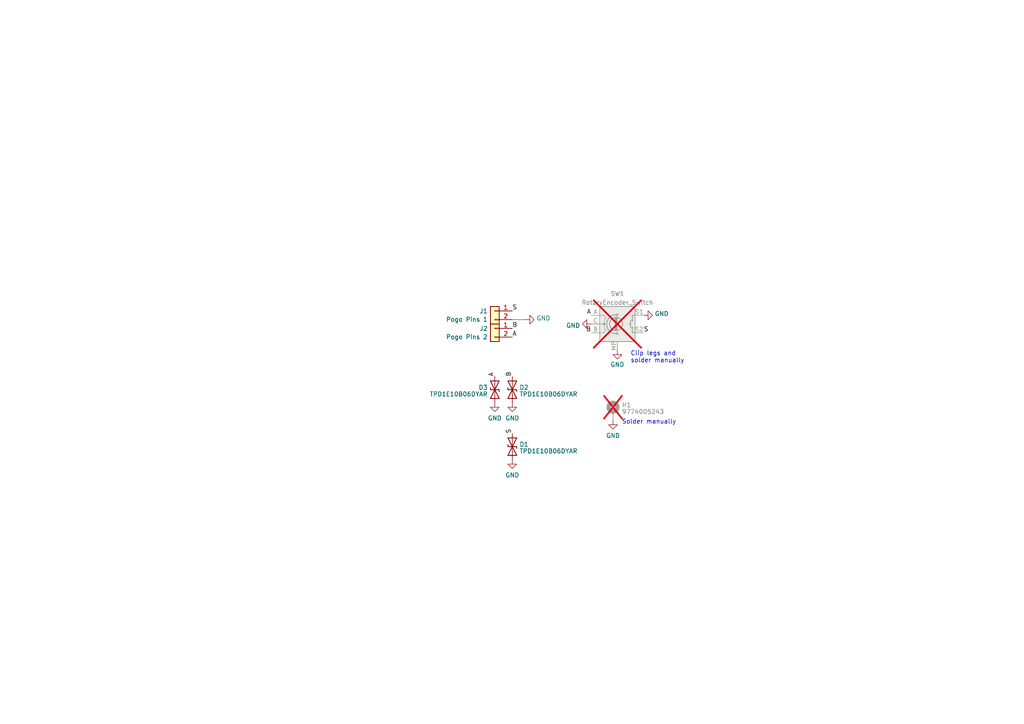
<source format=kicad_sch>
(kicad_sch (version 20231120) (generator "eeschema") (generator_version "8.0")
  (paper "A4")
  (title_block (title "Encoder Module") (date "2024-10-06"))
  (lib_symbols
    (symbol "Connector_Generic:Conn_01x02" (pin_names (offset 1.016) hide)
      (property "Reference" "J" (at 0 2.54 0))
      (property "Value" "Conn_01x02" (at 0 -5.08 0))
      (symbol "Conn_01x02_1_1"
        (rectangle (start -1.27 -2.413) (end 0 -2.667) (stroke (width 0.1524)))
        (rectangle (start -1.27 0.127) (end 0 -0.127) (stroke (width 0.1524)))
        (rectangle (start -1.27 1.27) (end 1.27 -3.81) (stroke (width 0.254)) (fill (type background)))
        (pin passive line (at -5.08 0 0) (length 3.81) (name "Pin_1") (number "1"))
        (pin passive line (at -5.08 -2.54 0) (length 3.81) (name "Pin_2") (number "2"))
      )
    )
    (symbol "Device:D_TVS" (pin_numbers hide) (pin_names (offset 1.016) hide)
      (property "Reference" "D" (at 0 2.54 0))
      (property "Value" "D_TVS" (at 0 -2.54 0))
      (symbol "D_TVS_0_1"
        (polyline (pts (xy 1.27 0) (xy -1.27 0)))
        (polyline (pts (xy 0.508 1.27) (xy 0 1.27) (xy 0 -1.27) (xy -0.508 -1.27)) (stroke (width 0.254)))
        (polyline (pts (xy -2.54 1.27) (xy -2.54 -1.27) (xy 2.54 1.27) (xy 2.54 -1.27) (xy -2.54 1.27)) (stroke (width 0.254)))
      )
      (symbol "D_TVS_1_1"
        (pin passive line (at -3.81 0 0) (length 2.54) (name "A1") (number "1"))
        (pin passive line (at 3.81 0 180) (length 2.54) (name "A2") (number "2"))
      )
    )
    (symbol "GND_1" (power) (pin_names (offset 0))
      (property "Value" "GND_1" (at 0 -3.81 0))
      (symbol "GND_1_0_1"
        (polyline (pts (xy 0 0) (xy 0 -1.27) (xy 1.27 -1.27) (xy 0 -2.54) (xy -1.27 -1.27) (xy 0 -1.27)))
      )
      (symbol "GND_1_1_1"
        (pin power_in line (at 0 0 270) (length 0) hide (name "GND") (number "1"))
      )
    )
    (symbol "GND_2" (power) (pin_names (offset 0))
      (property "Value" "GND_2" (at 0 -3.81 0))
      (symbol "GND_2_0_1"
        (polyline (pts (xy 0 0) (xy 0 -1.27) (xy 1.27 -1.27) (xy 0 -2.54) (xy -1.27 -1.27) (xy 0 -1.27)))
      )
      (symbol "GND_2_1_1"
        (pin power_in line (at 0 0 270) (length 0) hide (name "GND") (number "1"))
      )
    )
    (symbol "Mechanical:MountingHole_Pad" (pin_numbers hide) (pin_names (offset 1.016) hide)
      (property "Reference" "H" (at 0 6.35 0))
      (property "Value" "MountingHole_Pad" (at 0 4.445 0))
      (symbol "MountingHole_Pad_0_1"
        (circle (center 0 1.27) (radius 1.27) (stroke (width 1.27)))
      )
      (symbol "MountingHole_Pad_1_1"
        (pin input line (at 0 -2.54 90) (length 2.54) (name "1") (number "1"))
      )
    )
    (symbol "keyboard:RotaryEncoder_Switch_MountPoint" (pin_names (offset 0.254) hide)
      (property "Reference" "SW" (at 0 6.604 0))
      (property "Value" "RotaryEncoder_Switch_MountPoint" (at 0 -6.604 0))
      (symbol "RotaryEncoder_Switch_MountPoint_0_1"
        (rectangle (start -5.08 5.08) (end 5.08 -5.08) (stroke (width 0.254)) (fill (type background)))
        (circle (center -3.81 0) (radius 0.254) (fill (type outline)))
        (circle (center -0.381 0) (radius 1.905) (stroke (width 0.254)))
        (arc (start -0.381 2.667) (mid -3.0988 -0.0635) (end -0.381 -2.794) (stroke (width 0.254)))
        (polyline (pts (xy -0.635 -1.778) (xy -0.635 1.778)) (stroke (width 0.254)))
        (polyline (pts (xy -0.381 -1.778) (xy -0.381 1.778)) (stroke (width 0.254)))
        (polyline (pts (xy -0.127 1.778) (xy -0.127 -1.778)) (stroke (width 0.254)))
        (polyline (pts (xy 3.81 0) (xy 3.429 0)) (stroke (width 0.254)))
        (polyline (pts (xy 3.81 1.016) (xy 3.81 -1.016)) (stroke (width 0.254)))
        (polyline (pts (xy -5.08 -2.54) (xy -3.81 -2.54) (xy -3.81 -2.032)))
        (polyline (pts (xy -5.08 2.54) (xy -3.81 2.54) (xy -3.81 2.032)))
        (polyline (pts (xy 0.254 -3.048) (xy -0.508 -2.794) (xy 0.127 -2.413)) (stroke (width 0.254)))
        (polyline (pts (xy 0.254 2.921) (xy -0.508 2.667) (xy 0.127 2.286)) (stroke (width 0.254)))
        (polyline (pts (xy 5.08 -2.54) (xy 4.318 -2.54) (xy 4.318 -1.016)) (stroke (width 0.254)))
        (polyline (pts (xy 5.08 2.54) (xy 4.318 2.54) (xy 4.318 1.016)) (stroke (width 0.254)))
        (polyline (pts (xy -5.08 0) (xy -3.81 0) (xy -3.81 -1.016) (xy -3.302 -2.032)))
        (polyline (pts (xy -4.318 0) (xy -3.81 0) (xy -3.81 1.016) (xy -3.302 2.032)))
        (circle (center 4.318 -1.016) (radius 0.127) (stroke (width 0.254)))
        (circle (center 4.318 1.016) (radius 0.127) (stroke (width 0.254)))
      )
      (symbol "RotaryEncoder_Switch_MountPoint_1_1"
        (pin passive line (at -7.62 2.54 0) (length 2.54) (name "A") (number "A"))
        (pin passive line (at -7.62 -2.54 0) (length 2.54) (name "B") (number "B"))
        (pin passive line (at -7.62 0 0) (length 2.54) (name "C") (number "C"))
        (pin passive line (at 0 -7.62 90) (length 2.54) (name "MP") (number "MP"))
        (pin passive line (at 7.62 2.54 180) (length 2.54) (name "S1") (number "S1"))
        (pin passive line (at 7.62 -2.54 180) (length 2.54) (name "S2") (number "S2"))
      )
    )
    (symbol "power:GND" (power) (pin_names (offset 0))
      (property "Value" "GND" (at 0 -3.81 0))
      (symbol "GND_0_1"
        (polyline (pts (xy 0 0) (xy 0 -1.27) (xy 1.27 -1.27) (xy 0 -2.54) (xy -1.27 -1.27) (xy 0 -1.27)))
      )
      (symbol "GND_1_1"
        (pin power_in line (at 0 0 270) (length 0) hide (name "GND") (number "1"))
      )
    )
  )
  (wire (pts (xy 148.59 92.71) (xy 152.4 92.71)))
  (text "Solder manually" (at 180.34 123.19 0) (effects (font (size 1.27 1.27)) (justify left bottom)))
  (text "Clip legs and\nsolder manually" (at 182.88 105.41 0) (effects (font (size 1.27 1.27)) (justify left bottom)))
  (label "A" (at 148.59 97.79 0))
  (label "S" (at 148.59 90.17 0))
  (label "S" (at 186.69 96.52 0))
  (label "S" (at 148.59 125.73 90))
  (label "B" (at 148.59 95.25 0))
  (label "A" (at 143.51 109.22 90))
  (label "B" (at 148.59 109.22 90))
  (label "B" (at 171.45 96.52 180))
  (label "A" (at 171.45 91.44 180))
  (symbol (lib_id "Device:D_TVS") (at 143.51 113.03 90) (unit 1)
    (property "Reference" "D3" (at 141.4781 112.3863 90) (effects (justify left)))
    (property "Value" "TPD1E10B06DYAR" (at 141.4781 114.3073 90) (effects (justify left)))
    (property "Footprint" "Diode_SMD:D_SOD-523" (effects (hide yes)))
    (property "Datasheet" "https://www.ti.com/lit/ds/symlink/tpd1e10b06.pdf" (effects (hide yes)))
    (property "Description" "Bi-directional ESD protection diode, 6V breakdown" (effects (hide yes)))
    (property "Package" "SOD-523" (effects (hide yes)))
    (property "Manufacturer Part Number" "TPD1E10B06DYAR" (effects (hide yes)))
    (property "Manufacturer" "Texas Instruments" (effects (hide yes)))
  )
  (symbol (lib_name "GND_1") (lib_id "power:GND") (at 143.51 116.84 0) (unit 1)
    (property "Reference" "#PWR05" (effects (hide yes)))
    (property "Value" "GND" (at 143.51 121.2834 0))
  )
  (symbol (lib_id "Mechanical:MountingHole_Pad") (at 177.8 119.38 0) (unit 1) (dnp yes)
    (property "Reference" "H1" (at 180.34 117.4663 0) (effects (justify left)))
    (property "Value" "9774005243" (at 180.34 119.3873 0) (effects (justify left)))
    (property "Footprint" "keyboard:Wurth_9774005243" (effects (hide yes)))
    (property "Datasheet" "https://www.we-online.com/components/products/datasheet/9774005243R.pdf" (effects (hide yes)))
    (property "Description" "SMT steel spacer with internal thread" (effects (hide yes)))
    (property "Manufacturer" "Wurth" (effects (hide yes)))
    (property "Manufacturer Part Number" "9774005243R" (effects (hide yes)))
    (property "Package" "SMD" (effects (hide yes)))
  )
  (symbol (lib_id "keyboard:RotaryEncoder_Switch_MountPoint") (at 179.07 93.98 0) (unit 1) (dnp yes)
    (property "Reference" "SW1" (at 179.07 85.2002 0))
    (property "Value" "RotaryEncoder_Switch" (at 179.07 87.7371 0))
    (property "Footprint" "keyboard:Bourns_PEC11L-Switch" (effects (hide yes)))
    (property "Datasheet" "https://www.bourns.com/docs/product-datasheets/pec11l.pdf" (effects (hide yes)))
    (property "Description" "11 mm low profile encoder" (effects (hide yes)))
    (property "Manufacturer" "Bourns" (effects (hide yes)))
    (property "Manufacturer Part Number" "PEC11L-4115F-S0020" (effects (hide yes)))
    (property "Package" "DNP" (effects (hide yes)))
  )
  (symbol (lib_id "power:GND") (at 152.4 92.71 90) (mirror x) (unit 1)
    (property "Reference" "#PWR01" (effects (hide yes)))
    (property "Value" "GND" (at 155.575 92.2762 90) (effects (justify right)))
  )
  (symbol (lib_name "GND_1") (lib_id "power:GND") (at 177.8 121.92 0) (unit 1)
    (property "Reference" "#PWR08" (effects (hide yes)))
    (property "Value" "GND" (at 177.8 126.3634 0))
  )
  (symbol (lib_id "Device:D_TVS") (at 148.59 129.54 90) (unit 1)
    (property "Reference" "D1" (at 150.622 128.8963 90) (effects (justify right)))
    (property "Value" "TPD1E10B06DYAR" (at 150.622 130.8173 90) (effects (justify right)))
    (property "Footprint" "Diode_SMD:D_SOD-523" (effects (hide yes)))
    (property "Datasheet" "https://www.ti.com/lit/ds/symlink/tpd1e10b06.pdf" (effects (hide yes)))
    (property "Description" "Bi-directional ESD protection diode, 6V breakdown" (effects (hide yes)))
    (property "Package" "SOD-523" (effects (hide yes)))
    (property "Manufacturer Part Number" "TPD1E10B06DYAR" (effects (hide yes)))
    (property "Manufacturer" "Texas Instruments" (effects (hide yes)))
  )
  (symbol (lib_name "GND_1") (lib_id "power:GND") (at 148.59 133.35 0) (unit 1)
    (property "Reference" "#PWR07" (effects (hide yes)))
    (property "Value" "GND" (at 148.59 137.7934 0))
  )
  (symbol (lib_id "Connector_Generic:Conn_01x02") (at 143.51 95.25 0) (mirror y) (unit 1)
    (property "Reference" "J2" (at 141.478 95.3079 0) (effects (justify left)))
    (property "Value" "Pogo Pins 2" (at 141.478 97.7321 0) (effects (justify left)))
    (property "Footprint" "keyboard:Mill-Max_811-22-002-03-004101" (effects (hide yes)))
    (property "Datasheet" "https://www.mill-max.com/products/datasheet/sockets/811-22-002-30-004101" (effects (hide yes)))
    (property "Description" "PCB mount spring-loaded header, 2 pins" (effects (hide yes)))
    (property "Manufacturer" "Mill-Max" (effects (hide yes)))
    (property "Manufacturer Part Number" "811-22-002-30-004101" (effects (hide yes)))
    (property "Package" "SMD 2P" (effects (hide yes)))
  )
  (symbol (lib_id "power:GND") (at 186.69 91.44 90) (unit 1)
    (property "Reference" "#PWR02" (effects (hide yes)))
    (property "Value" "GND" (at 189.8649 91.0062 90) (effects (justify right)))
  )
  (symbol (lib_id "Connector_Generic:Conn_01x02") (at 143.51 90.17 0) (mirror y) (unit 1)
    (property "Reference" "J1" (at 141.478 90.2279 0) (effects (justify left)))
    (property "Value" "Pogo Pins 1" (at 141.478 92.6521 0) (effects (justify left)))
    (property "Footprint" "keyboard:Mill-Max_811-22-002-03-004101" (effects (hide yes)))
    (property "Datasheet" "https://www.mill-max.com/products/datasheet/sockets/811-22-002-30-004101" (effects (hide yes)))
    (property "Description" "PCB mount spring-loaded header, 2 pins" (effects (hide yes)))
    (property "Manufacturer" "Mill-Max" (effects (hide yes)))
    (property "Manufacturer Part Number" "811-22-002-30-004101" (effects (hide yes)))
    (property "Package" "SMD 2P" (effects (hide yes)))
  )
  (symbol (lib_id "power:GND") (at 171.45 93.98 270) (unit 1)
    (property "Reference" "#PWR03" (effects (hide yes)))
    (property "Value" "GND" (at 168.2751 94.4138 90) (effects (justify right)))
  )
  (symbol (lib_name "GND_2") (lib_id "power:GND") (at 179.07 101.6 0) (unit 1)
    (property "Reference" "#PWR04" (effects (hide yes)))
    (property "Value" "GND" (at 179.07 105.7355 0))
  )
  (symbol (lib_name "GND_1") (lib_id "power:GND") (at 148.59 116.84 0) (unit 1)
    (property "Reference" "#PWR06" (effects (hide yes)))
    (property "Value" "GND" (at 148.59 121.2834 0))
  )
  (symbol (lib_id "Device:D_TVS") (at 148.59 113.03 90) (unit 1)
    (property "Reference" "D2" (at 150.622 112.3863 90) (effects (justify right)))
    (property "Value" "TPD1E10B06DYAR" (at 150.622 114.3073 90) (effects (justify right)))
    (property "Footprint" "Diode_SMD:D_SOD-523" (effects (hide yes)))
    (property "Datasheet" "https://www.ti.com/lit/ds/symlink/tpd1e10b06.pdf" (effects (hide yes)))
    (property "Description" "Bi-directional ESD protection diode, 6V breakdown" (effects (hide yes)))
    (property "Package" "SOD-523" (effects (hide yes)))
    (property "Manufacturer Part Number" "TPD1E10B06DYAR" (effects (hide yes)))
    (property "Manufacturer" "Texas Instruments" (effects (hide yes)))
  )
)
</source>
